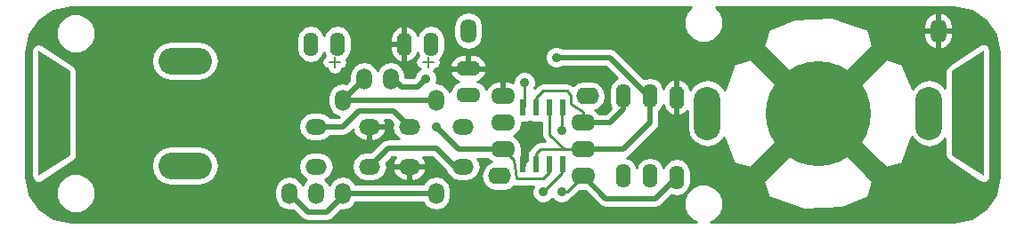
<source format=gtl>
G04 #@! TF.FileFunction,Copper,L1,Top,Signal*
%FSLAX46Y46*%
G04 Gerber Fmt 4.6, Leading zero omitted, Abs format (unit mm)*
G04 Created by KiCad (PCBNEW (after 2015-may-01 BZR unknown)-product) date 28/10/2015 1:31:10*
%MOMM*%
G01*
G04 APERTURE LIST*
%ADD10C,0.150000*%
%ADD11O,5.080000X2.540000*%
%ADD12O,1.397000X2.300000*%
%ADD13O,2.300000X1.397000*%
%ADD14O,2.300000X1.600000*%
%ADD15O,2.200000X1.600000*%
%ADD16O,1.501140X1.998980*%
%ADD17O,1.998980X1.501140*%
%ADD18O,2.540000X5.080000*%
%ADD19C,10.000000*%
%ADD20R,0.600000X1.550000*%
%ADD21O,1.500000X2.000000*%
%ADD22O,1.524000X2.300000*%
%ADD23C,0.889000*%
%ADD24C,0.254000*%
%ADD25C,0.508000*%
G04 APERTURE END LIST*
D10*
X-5603240Y4904740D02*
X-6103620Y4904740D01*
X-5603240Y4904740D02*
X-5603240Y4404360D01*
X-5102860Y4904740D02*
X-5603240Y4904740D01*
X-5603240Y4904740D02*
X-5603240Y5303520D01*
X-5603240Y5303520D02*
X-5603240Y5405120D01*
X-14493240Y4904740D02*
X-14993620Y4904740D01*
X-14493240Y4904740D02*
X-14493240Y4404360D01*
X-13992860Y4904740D02*
X-14493240Y4904740D01*
X-14493240Y4904740D02*
X-14493240Y5303520D01*
X-14493240Y5303520D02*
X-14493240Y5405120D01*
D11*
X-28702000Y5000000D03*
X-28702000Y-5000000D03*
D12*
X-7874000Y6604000D03*
X-5334000Y6604000D03*
D13*
X-1778000Y1778000D03*
X-1778000Y4278000D03*
D12*
X-16764000Y6604000D03*
X-14224000Y6604000D03*
X15494000Y-5969000D03*
X15494000Y1651000D03*
X12954000Y1651000D03*
X12954000Y-5969000D03*
D14*
X1524000Y1651000D03*
X1524000Y-889000D03*
X1524000Y-3429000D03*
D15*
X1224000Y-5969000D03*
D14*
X9144000Y-5969000D03*
X9144000Y-3429000D03*
X9144000Y-889000D03*
D15*
X9544000Y1651000D03*
D12*
X18034000Y-6096000D03*
X18034000Y1524000D03*
D16*
X-4826000Y1270000D03*
D17*
X-7366000Y-1270000D03*
X-2286000Y-1270000D03*
D16*
X-13716000Y1270000D03*
D17*
X-16256000Y-1270000D03*
X-11176000Y-1270000D03*
D16*
X-13716000Y-7620000D03*
D17*
X-11176000Y-5080000D03*
X-16256000Y-5080000D03*
D16*
X-4826000Y-7620000D03*
D17*
X-2286000Y-5080000D03*
X-7366000Y-5080000D03*
D18*
X42049700Y0D03*
D19*
X31496000Y0D03*
D18*
X20942300Y0D03*
D10*
G36*
X-42648000Y6000000D02*
X-39648000Y4000000D01*
X-39648000Y-4000000D01*
X-42648000Y-6000000D01*
X-42648000Y6000000D01*
X-42648000Y6000000D01*
G37*
G36*
X47220000Y-6000000D02*
X44220000Y-4000000D01*
X44220000Y4000000D01*
X47220000Y6000000D01*
X47220000Y-6000000D01*
X47220000Y-6000000D01*
G37*
D20*
X3429000Y-4859000D03*
X4699000Y-4859000D03*
X5969000Y-4859000D03*
X7239000Y-4859000D03*
X7239000Y541000D03*
X5969000Y541000D03*
X4699000Y541000D03*
X3429000Y541000D03*
D21*
X-11684000Y3302000D03*
X-9144000Y3302000D03*
X-18796000Y-7620000D03*
X-16256000Y-7620000D03*
D22*
X42924000Y7874000D03*
X-1776000Y7874000D03*
D23*
X3810000Y-1651000D03*
X3302000Y-7493000D03*
X5334000Y-7493000D03*
X3556000Y2921000D03*
X7112000Y-7493000D03*
X7112000Y-1651000D03*
X6604000Y5334000D03*
X-4826000Y-1270000D03*
X-5842000Y3302000D03*
D24*
X3810000Y-4478000D02*
X3810000Y-1651000D01*
X3429000Y-4859000D02*
X3810000Y-4478000D01*
X7112000Y-5715000D02*
X5334000Y-7493000D01*
X7112000Y-4986000D02*
X7112000Y-5715000D01*
X7239000Y-4859000D02*
X7112000Y-4986000D01*
X3556000Y668000D02*
X3556000Y2921000D01*
X3429000Y541000D02*
X3556000Y668000D01*
D25*
X-2286000Y-5080000D02*
X-3048000Y-5080000D01*
X-4826000Y-3302000D02*
X-9398000Y-3302000D01*
X-3048000Y-5080000D02*
X-4826000Y-3302000D01*
X-9398000Y-3302000D02*
X-11176000Y-5080000D01*
X-13716000Y-1270000D02*
X-12192000Y254000D01*
X-12192000Y254000D02*
X-8890000Y254000D01*
X-8890000Y254000D02*
X-7366000Y-1270000D01*
X-16256000Y-1270000D02*
X-13716000Y-1270000D01*
X-10668000Y1270000D02*
X-13716000Y1270000D01*
X-4826000Y1270000D02*
X-10668000Y1270000D01*
X-11684000Y3302000D02*
X-13716000Y1270000D01*
D24*
X7620000Y-7493000D02*
X9144000Y-5969000D01*
X7112000Y-7493000D02*
X7620000Y-7493000D01*
X7112000Y414000D02*
X7112000Y-1651000D01*
X7239000Y541000D02*
X7112000Y414000D01*
D25*
X16002000Y-8128000D02*
X11303000Y-8128000D01*
X11303000Y-8128000D02*
X9144000Y-5969000D01*
X18034000Y-6096000D02*
X16002000Y-8128000D01*
X15494000Y-889000D02*
X15494000Y1651000D01*
D24*
X5969000Y-2032000D02*
X5969000Y541000D01*
X4699000Y-3810000D02*
X4699000Y-4859000D01*
D25*
X11684000Y5334000D02*
X6604000Y5334000D01*
X15367000Y1651000D02*
X11684000Y5334000D01*
X15494000Y1651000D02*
X15367000Y1651000D01*
X9144000Y-3429000D02*
X12954000Y-3429000D01*
X12954000Y-3429000D02*
X15494000Y-889000D01*
D24*
X7366000Y-3429000D02*
X5969000Y-2032000D01*
X9144000Y-3429000D02*
X7366000Y-3429000D01*
X5080000Y-3429000D02*
X4699000Y-3810000D01*
X7366000Y-3429000D02*
X5080000Y-3429000D01*
D25*
X12954000Y381000D02*
X12954000Y1651000D01*
D24*
X8001000Y889000D02*
X8001000Y1651000D01*
X8001000Y1651000D02*
X7620000Y2159000D01*
X7620000Y2159000D02*
X5334000Y2159000D01*
X5334000Y2159000D02*
X4699000Y1524000D01*
X4699000Y1524000D02*
X4699000Y541000D01*
D25*
X9144000Y-889000D02*
X10414000Y-889000D01*
X11684000Y-889000D02*
X12954000Y381000D01*
X10414000Y-889000D02*
X11684000Y-889000D01*
D24*
X9144000Y127000D02*
X8001000Y889000D01*
X9144000Y-889000D02*
X9144000Y127000D01*
X5969000Y-5588000D02*
X5969000Y-4859000D01*
D25*
X1016000Y-3429000D02*
X1524000Y-3429000D01*
X1524000Y-3429000D02*
X1016000Y-3429000D01*
D24*
X2540000Y-4445000D02*
X2794000Y-6223000D01*
X2794000Y-6223000D02*
X3048000Y-6223000D01*
X3048000Y-6223000D02*
X5334000Y-6223000D01*
X5334000Y-6223000D02*
X5969000Y-5588000D01*
X1524000Y-3429000D02*
X2540000Y-4445000D01*
X1524000Y-3429000D02*
X1524000Y-3429000D01*
D25*
X-8890000Y3302000D02*
X-9144000Y3302000D01*
X-2667000Y-3429000D02*
X1524000Y-3429000D01*
X-5842000Y3302000D02*
X-6604000Y2540000D01*
X-6604000Y2540000D02*
X-8128000Y2540000D01*
X-2667000Y-3429000D02*
X-4826000Y-1270000D01*
X-8890000Y3302000D02*
X-8128000Y2540000D01*
X-4826000Y-7620000D02*
X-13716000Y-7620000D01*
X-13716000Y-7874000D02*
X-13716000Y-7620000D01*
X-17018000Y-9398000D02*
X-15240000Y-9398000D01*
X-15240000Y-9398000D02*
X-13716000Y-7874000D01*
X-18796000Y-7620000D02*
X-17018000Y-9398000D01*
D24*
G36*
X5526369Y-2667000D02*
X5080000Y-2667000D01*
X4788395Y-2725004D01*
X4541184Y-2890185D01*
X4160185Y-3271185D01*
X4001039Y-3509363D01*
X3855310Y-3449000D01*
X3714750Y-3449000D01*
X3556000Y-3607750D01*
X3556000Y-4732000D01*
X3576000Y-4732000D01*
X3576000Y-4986000D01*
X3556000Y-4986000D01*
X3556000Y-5006000D01*
X3389878Y-5006000D01*
X3302000Y-4390843D01*
X3302000Y-3639997D01*
X3343970Y-3429000D01*
X3234737Y-2879849D01*
X2923668Y-2414302D01*
X2541582Y-2159000D01*
X2923668Y-1903698D01*
X3234737Y-1438151D01*
X3343970Y-889000D01*
X3342466Y-881440D01*
X3729000Y-881440D01*
X3971123Y-834463D01*
X4063770Y-773603D01*
X4149360Y-831377D01*
X4399000Y-881440D01*
X4999000Y-881440D01*
X5207000Y-841083D01*
X5207000Y-2032000D01*
X5265004Y-2323605D01*
X5430185Y-2570815D01*
X5526369Y-2667000D01*
X5526369Y-2667000D01*
G37*
X5526369Y-2667000D02*
X5080000Y-2667000D01*
X4788395Y-2725004D01*
X4541184Y-2890185D01*
X4160185Y-3271185D01*
X4001039Y-3509363D01*
X3855310Y-3449000D01*
X3714750Y-3449000D01*
X3556000Y-3607750D01*
X3556000Y-4732000D01*
X3576000Y-4732000D01*
X3576000Y-4986000D01*
X3556000Y-4986000D01*
X3556000Y-5006000D01*
X3389878Y-5006000D01*
X3302000Y-4390843D01*
X3302000Y-3639997D01*
X3343970Y-3429000D01*
X3234737Y-2879849D01*
X2923668Y-2414302D01*
X2541582Y-2159000D01*
X2923668Y-1903698D01*
X3234737Y-1438151D01*
X3343970Y-889000D01*
X3342466Y-881440D01*
X3729000Y-881440D01*
X3971123Y-834463D01*
X4063770Y-773603D01*
X4149360Y-831377D01*
X4399000Y-881440D01*
X4999000Y-881440D01*
X5207000Y-841083D01*
X5207000Y-2032000D01*
X5265004Y-2323605D01*
X5430185Y-2570815D01*
X5526369Y-2667000D01*
G36*
X48678000Y-6054610D02*
X48340043Y-7753634D01*
X47867440Y-8460933D01*
X47867440Y-6000000D01*
X47867440Y6000000D01*
X47763168Y6352346D01*
X47585309Y6534535D01*
X47350955Y6634058D01*
X47096348Y6635523D01*
X46860865Y6538703D01*
X44321000Y4845460D01*
X44321000Y7359000D01*
X44321000Y7747000D01*
X44321000Y8001000D01*
X44321000Y8389000D01*
X44166059Y8913941D01*
X43822026Y9339630D01*
X43341277Y9601260D01*
X43267070Y9616220D01*
X43051000Y9493720D01*
X43051000Y8001000D01*
X44321000Y8001000D01*
X44321000Y7747000D01*
X43051000Y7747000D01*
X43051000Y6254280D01*
X43267070Y6131780D01*
X43341277Y6146740D01*
X43822026Y6408370D01*
X44166059Y6834059D01*
X44321000Y7359000D01*
X44321000Y4845460D01*
X43860865Y4538703D01*
X43622623Y4249640D01*
X43572560Y4000000D01*
X43572560Y2416105D01*
X43396738Y2679240D01*
X42797000Y3079974D01*
X42797000Y6254280D01*
X42797000Y7747000D01*
X42797000Y8001000D01*
X42797000Y9493720D01*
X42580930Y9616220D01*
X42506723Y9601260D01*
X42025974Y9339630D01*
X41681941Y8913941D01*
X41527000Y8389000D01*
X41527000Y8001000D01*
X42797000Y8001000D01*
X42797000Y7747000D01*
X41527000Y7747000D01*
X41527000Y7359000D01*
X41681941Y6834059D01*
X42025974Y6408370D01*
X42506723Y6146740D01*
X42580930Y6131780D01*
X42797000Y6254280D01*
X42797000Y3079974D01*
X42778712Y3092193D01*
X42049700Y3237202D01*
X41320688Y3092193D01*
X40702662Y2679240D01*
X40489802Y2360674D01*
X39504492Y4739423D01*
X37931290Y5200682D01*
X36696682Y3966074D01*
X36696682Y6435290D01*
X36235423Y8008492D01*
X32809939Y9212580D01*
X29184419Y9014137D01*
X26756577Y8008492D01*
X26295318Y6435290D01*
X31496000Y1234608D01*
X36696682Y6435290D01*
X36696682Y3966074D01*
X32730608Y0D01*
X37931290Y-5200682D01*
X39504492Y-4739423D01*
X40392061Y-2214395D01*
X40702662Y-2679240D01*
X41320688Y-3092193D01*
X42049700Y-3237202D01*
X42778712Y-3092193D01*
X43396738Y-2679240D01*
X43572560Y-2416104D01*
X43572560Y-4000000D01*
X43680922Y-4358572D01*
X43860865Y-4538703D01*
X46860865Y-6538703D01*
X47211874Y-6647389D01*
X47462123Y-6600463D01*
X47674927Y-6460673D01*
X47817377Y-6249640D01*
X47867440Y-6000000D01*
X47867440Y-8460933D01*
X47418628Y-9132628D01*
X46039634Y-10054043D01*
X44340610Y-10392000D01*
X36696682Y-10392000D01*
X36696682Y-6435290D01*
X31496000Y-1234608D01*
X30261392Y-2469216D01*
X30261392Y0D01*
X25060710Y5200682D01*
X23487508Y4739423D01*
X22599938Y2214396D01*
X22289338Y2679240D01*
X21671312Y3092193D01*
X20942300Y3237202D01*
X20213288Y3092193D01*
X19595262Y2679240D01*
X19318683Y2265313D01*
X19217393Y2603141D01*
X18887125Y3008230D01*
X18426976Y3256095D01*
X18367094Y3266729D01*
X18161000Y3143365D01*
X18161000Y1651000D01*
X18181000Y1651000D01*
X18181000Y1397000D01*
X18161000Y1397000D01*
X18161000Y-95365D01*
X18367094Y-218729D01*
X18426976Y-208095D01*
X18887125Y39770D01*
X19037300Y223967D01*
X19037300Y-1332202D01*
X19182309Y-2061214D01*
X19595262Y-2679240D01*
X20213288Y-3092193D01*
X20942300Y-3237202D01*
X21671312Y-3092193D01*
X22289338Y-2679240D01*
X22502197Y-2360673D01*
X23487508Y-4739423D01*
X25060710Y-5200682D01*
X30261392Y0D01*
X30261392Y-2469216D01*
X26295318Y-6435290D01*
X26756577Y-8008492D01*
X30182061Y-9212580D01*
X33807581Y-9014137D01*
X36235423Y-8008492D01*
X36696682Y-6435290D01*
X36696682Y-10392000D01*
X21260298Y-10392000D01*
X21640372Y-10234957D01*
X22171093Y-9705161D01*
X22458672Y-9012595D01*
X22459326Y-8262695D01*
X22172957Y-7569628D01*
X21643161Y-7038907D01*
X20950595Y-6751328D01*
X20200695Y-6750674D01*
X19507628Y-7037043D01*
X19367500Y-7176926D01*
X19367500Y-6582470D01*
X19367500Y-5609530D01*
X19265993Y-5099222D01*
X18976927Y-4666603D01*
X18544308Y-4377537D01*
X18034000Y-4276030D01*
X17523692Y-4377537D01*
X17091073Y-4666603D01*
X16802007Y-5099222D01*
X16776630Y-5226795D01*
X16725993Y-4972222D01*
X16436927Y-4539603D01*
X16004308Y-4250537D01*
X15494000Y-4149030D01*
X14983692Y-4250537D01*
X14551073Y-4539603D01*
X14262007Y-4972222D01*
X14224000Y-5163295D01*
X14185993Y-4972222D01*
X13896927Y-4539603D01*
X13464308Y-4250537D01*
X13332987Y-4224415D01*
X13582618Y-4057618D01*
X16122618Y-1517618D01*
X16315329Y-1229206D01*
X16383000Y-889000D01*
X16383000Y185571D01*
X16436927Y221603D01*
X16725993Y654222D01*
X16750656Y778216D01*
X16850607Y444859D01*
X17180875Y39770D01*
X17641024Y-208095D01*
X17700906Y-218729D01*
X17907000Y-95365D01*
X17907000Y1397000D01*
X17887000Y1397000D01*
X17887000Y1651000D01*
X17907000Y1651000D01*
X17907000Y3143365D01*
X17700906Y3266729D01*
X17641024Y3256095D01*
X17180875Y3008230D01*
X16850607Y2603141D01*
X16781030Y2371088D01*
X16725993Y2647778D01*
X16436927Y3080397D01*
X16004308Y3369463D01*
X15494000Y3470970D01*
X14983692Y3369463D01*
X14936982Y3338254D01*
X12312618Y5962618D01*
X12024206Y6155329D01*
X11684000Y6223000D01*
X7241863Y6223000D01*
X7216286Y6248622D01*
X6819668Y6413313D01*
X6390216Y6413687D01*
X5993311Y6249689D01*
X5689378Y5946286D01*
X5524687Y5549668D01*
X5524313Y5120216D01*
X5688311Y4723311D01*
X5991714Y4419378D01*
X6388332Y4254687D01*
X6817784Y4254313D01*
X7214689Y4418311D01*
X7241424Y4445000D01*
X11315764Y4445000D01*
X12412285Y3348479D01*
X12011073Y3080397D01*
X11722007Y2647778D01*
X11620500Y2137470D01*
X11620500Y1164530D01*
X11722007Y654222D01*
X11821333Y505570D01*
X11315764Y0D01*
X10627656Y0D01*
X10543668Y125698D01*
X10286816Y297321D01*
X10427142Y325233D01*
X10892689Y636302D01*
X11203758Y1101849D01*
X11312991Y1651000D01*
X11203758Y2200151D01*
X10892689Y2665698D01*
X10427142Y2976767D01*
X9877991Y3086000D01*
X9210009Y3086000D01*
X8660858Y2976767D01*
X8195311Y2665698D01*
X8187792Y2654447D01*
X8158815Y2697815D01*
X8079375Y2750896D01*
X8008234Y2814682D01*
X7956872Y2832749D01*
X7911605Y2862996D01*
X7817894Y2881637D01*
X7727763Y2913341D01*
X7673400Y2910379D01*
X7620000Y2921000D01*
X5334000Y2921000D01*
X5042395Y2862996D01*
X4943376Y2796835D01*
X4795185Y2697816D01*
X4516450Y2419082D01*
X4635313Y2705332D01*
X4635687Y3134784D01*
X4471689Y3531689D01*
X4168286Y3835622D01*
X3771668Y4000313D01*
X3342216Y4000687D01*
X2945311Y3836689D01*
X2641378Y3533286D01*
X2476687Y3136668D01*
X2476521Y2946879D01*
X2001000Y3086000D01*
X1651000Y3086000D01*
X1651000Y1778000D01*
X1671000Y1778000D01*
X1671000Y1524000D01*
X1651000Y1524000D01*
X1651000Y1504000D01*
X1397000Y1504000D01*
X1397000Y1524000D01*
X1377000Y1524000D01*
X1377000Y1778000D01*
X1397000Y1778000D01*
X1397000Y3086000D01*
X1047000Y3086000D01*
X507517Y2928166D01*
X69500Y2575896D01*
X-75129Y2311643D01*
X-348603Y2720927D01*
X-781222Y3009993D01*
X-901363Y3033891D01*
X-698859Y3094607D01*
X-293770Y3424875D01*
X-45905Y3885024D01*
X-35271Y3944906D01*
X-35271Y4611094D01*
X-45905Y4670976D01*
X-293770Y5131125D01*
X-379000Y5200613D01*
X-379000Y7451030D01*
X-379000Y8296970D01*
X-485340Y8831579D01*
X-788172Y9284798D01*
X-1241391Y9587630D01*
X-1776000Y9693970D01*
X-2310609Y9587630D01*
X-2763828Y9284798D01*
X-3066660Y8831579D01*
X-3173000Y8296970D01*
X-3173000Y7451030D01*
X-3066660Y6916421D01*
X-2763828Y6463202D01*
X-2310609Y6160370D01*
X-1776000Y6054030D01*
X-1241391Y6160370D01*
X-788172Y6463202D01*
X-485340Y6916421D01*
X-379000Y7451030D01*
X-379000Y5200613D01*
X-698859Y5461393D01*
X-1199500Y5611500D01*
X-1651000Y5611500D01*
X-1651000Y4405000D01*
X-158635Y4405000D01*
X-35271Y4611094D01*
X-35271Y3944906D01*
X-158635Y4151000D01*
X-1651000Y4151000D01*
X-1651000Y4131000D01*
X-1905000Y4131000D01*
X-1905000Y4151000D01*
X-1905000Y4405000D01*
X-1905000Y5611500D01*
X-2356500Y5611500D01*
X-2857141Y5461393D01*
X-3262230Y5131125D01*
X-3510095Y4670976D01*
X-3520729Y4611094D01*
X-3397365Y4405000D01*
X-1905000Y4405000D01*
X-1905000Y4151000D01*
X-3397365Y4151000D01*
X-3520729Y3944906D01*
X-3510095Y3885024D01*
X-3262230Y3424875D01*
X-2857141Y3094607D01*
X-2654638Y3033891D01*
X-2774778Y3009993D01*
X-3207397Y2720927D01*
X-3496463Y2288308D01*
X-3541783Y2060475D01*
X-3545900Y2081177D01*
X-3846254Y2530688D01*
X-4295765Y2831042D01*
X-4824983Y2936310D01*
X-4762687Y3086332D01*
X-4762313Y3515784D01*
X-4926311Y3912689D01*
X-5026920Y4013474D01*
X-4947286Y4132655D01*
X-4928019Y4229519D01*
X-4831155Y4248786D01*
X-4600814Y4402694D01*
X-4446906Y4633035D01*
X-4392860Y4904740D01*
X-4440033Y5141890D01*
X-4391073Y5174603D01*
X-4102007Y5607222D01*
X-4000500Y6117530D01*
X-4000500Y7090470D01*
X-4102007Y7600778D01*
X-4391073Y8033397D01*
X-4823692Y8322463D01*
X-5334000Y8423970D01*
X-5844308Y8322463D01*
X-6276927Y8033397D01*
X-6565993Y7600778D01*
X-6605844Y7400437D01*
X-6690607Y7683141D01*
X-7020875Y8088230D01*
X-7481024Y8336095D01*
X-7540906Y8346729D01*
X-7747000Y8223365D01*
X-7747000Y6731000D01*
X-7727000Y6731000D01*
X-7727000Y6477000D01*
X-7747000Y6477000D01*
X-7747000Y4984635D01*
X-7540906Y4861271D01*
X-7481024Y4871905D01*
X-7020875Y5119770D01*
X-6690607Y5524859D01*
X-6605844Y5807564D01*
X-6565993Y5607222D01*
X-6485649Y5486979D01*
X-6605666Y5406786D01*
X-6759574Y5176445D01*
X-6813620Y4904740D01*
X-6759574Y4633035D01*
X-6605666Y4402694D01*
X-6376129Y4249324D01*
X-6452689Y4217689D01*
X-6756622Y3914286D01*
X-6921313Y3517668D01*
X-6921346Y3479891D01*
X-6972236Y3429000D01*
X-7759000Y3429000D01*
X-7759000Y3584032D01*
X-7864427Y4114049D01*
X-8001000Y4318445D01*
X-8001000Y4984635D01*
X-8001000Y6477000D01*
X-8001000Y6731000D01*
X-8001000Y8223365D01*
X-8207094Y8346729D01*
X-8266976Y8336095D01*
X-8727125Y8088230D01*
X-9057393Y7683141D01*
X-9207500Y7182500D01*
X-9207500Y6731000D01*
X-8001000Y6731000D01*
X-8001000Y6477000D01*
X-9207500Y6477000D01*
X-9207500Y6025500D01*
X-9057393Y5524859D01*
X-8727125Y5119770D01*
X-8266976Y4871905D01*
X-8207094Y4861271D01*
X-8001000Y4984635D01*
X-8001000Y4318445D01*
X-8164657Y4563375D01*
X-8613983Y4863605D01*
X-9144000Y4969032D01*
X-9674017Y4863605D01*
X-10123343Y4563375D01*
X-10414000Y4128377D01*
X-10704657Y4563375D01*
X-11153983Y4863605D01*
X-11684000Y4969032D01*
X-12214017Y4863605D01*
X-12663343Y4563375D01*
X-12890500Y4223411D01*
X-12890500Y6117530D01*
X-12890500Y7090470D01*
X-12992007Y7600778D01*
X-13281073Y8033397D01*
X-13713692Y8322463D01*
X-14224000Y8423970D01*
X-14734308Y8322463D01*
X-15166927Y8033397D01*
X-15455993Y7600778D01*
X-15494000Y7409705D01*
X-15532007Y7600778D01*
X-15821073Y8033397D01*
X-16253692Y8322463D01*
X-16764000Y8423970D01*
X-17274308Y8322463D01*
X-17706927Y8033397D01*
X-17995993Y7600778D01*
X-18097500Y7090470D01*
X-18097500Y6117530D01*
X-17995993Y5607222D01*
X-17706927Y5174603D01*
X-17274308Y4885537D01*
X-16764000Y4784030D01*
X-16253692Y4885537D01*
X-15821073Y5174603D01*
X-15532007Y5607222D01*
X-15494000Y5798296D01*
X-15455993Y5607222D01*
X-15375649Y5486979D01*
X-15495666Y5406786D01*
X-15649574Y5176445D01*
X-15703620Y4904740D01*
X-15649574Y4633035D01*
X-15495666Y4402694D01*
X-15265325Y4248786D01*
X-15168462Y4229519D01*
X-15149194Y4132655D01*
X-14995286Y3902314D01*
X-14764945Y3748406D01*
X-14493240Y3694360D01*
X-14221535Y3748406D01*
X-13991194Y3902314D01*
X-13837286Y4132655D01*
X-13818019Y4229519D01*
X-13721155Y4248786D01*
X-13490814Y4402694D01*
X-13336906Y4633035D01*
X-13282860Y4904740D01*
X-13330033Y5141890D01*
X-13281073Y5174603D01*
X-12992007Y5607222D01*
X-12890500Y6117530D01*
X-12890500Y4223411D01*
X-12963573Y4114049D01*
X-13069000Y3584032D01*
X-13069000Y3174236D01*
X-13374628Y2868609D01*
X-13716000Y2936512D01*
X-14246235Y2831042D01*
X-14695746Y2530688D01*
X-14996100Y2081177D01*
X-15101570Y1550942D01*
X-15101570Y989058D01*
X-14996100Y458823D01*
X-14695746Y9312D01*
X-14246235Y-291042D01*
X-14036081Y-332844D01*
X-14084236Y-381000D01*
X-14934678Y-381000D01*
X-14995312Y-290254D01*
X-15444823Y10100D01*
X-15975058Y115570D01*
X-16536942Y115570D01*
X-17067177Y10100D01*
X-17516688Y-290254D01*
X-17817042Y-739765D01*
X-17922512Y-1270000D01*
X-17817042Y-1800235D01*
X-17516688Y-2249746D01*
X-17067177Y-2550100D01*
X-16536942Y-2655570D01*
X-15975058Y-2655570D01*
X-15444823Y-2550100D01*
X-14995312Y-2249746D01*
X-14934678Y-2159000D01*
X-13716000Y-2159000D01*
X-13375795Y-2091329D01*
X-13375794Y-2091329D01*
X-13087382Y-1898618D01*
X-12724649Y-1535884D01*
X-12767803Y-1611275D01*
X-12749157Y-1713305D01*
X-12478710Y-2186324D01*
X-12047833Y-2519841D01*
X-11522123Y-2663081D01*
X-11303000Y-2502386D01*
X-11303000Y-1397000D01*
X-11323000Y-1397000D01*
X-11323000Y-1143000D01*
X-11303000Y-1143000D01*
X-11303000Y-1123000D01*
X-11049000Y-1123000D01*
X-11049000Y-1143000D01*
X-9706851Y-1143000D01*
X-9584197Y-928725D01*
X-9602843Y-826695D01*
X-9712444Y-635000D01*
X-9258236Y-635000D01*
X-8964609Y-928627D01*
X-9032512Y-1270000D01*
X-8927042Y-1800235D01*
X-8626688Y-2249746D01*
X-8382362Y-2413000D01*
X-9398000Y-2413000D01*
X-9584197Y-2450036D01*
X-9584197Y-1611275D01*
X-9706851Y-1397000D01*
X-11049000Y-1397000D01*
X-11049000Y-2502386D01*
X-10829877Y-2663081D01*
X-10304167Y-2519841D01*
X-9873290Y-2186324D01*
X-9602843Y-1713305D01*
X-9584197Y-1611275D01*
X-9584197Y-2450036D01*
X-9738206Y-2480671D01*
X-10026618Y-2673382D01*
X-11047666Y-3694430D01*
X-11456942Y-3694430D01*
X-11987177Y-3799900D01*
X-12436688Y-4100254D01*
X-12737042Y-4549765D01*
X-12842512Y-5080000D01*
X-12737042Y-5610235D01*
X-12436688Y-6059746D01*
X-11987177Y-6360100D01*
X-11456942Y-6465570D01*
X-10895058Y-6465570D01*
X-10364823Y-6360100D01*
X-9915312Y-6059746D01*
X-9614958Y-5610235D01*
X-9509488Y-5080000D01*
X-9577392Y-4738627D01*
X-9029764Y-4191000D01*
X-8684333Y-4191000D01*
X-8939157Y-4636695D01*
X-8957803Y-4738725D01*
X-8835149Y-4953000D01*
X-7493000Y-4953000D01*
X-7493000Y-4933000D01*
X-7239000Y-4933000D01*
X-7239000Y-4953000D01*
X-5896851Y-4953000D01*
X-5774197Y-4738725D01*
X-5792843Y-4636695D01*
X-6047668Y-4191000D01*
X-5194236Y-4191000D01*
X-3864930Y-5520306D01*
X-3847042Y-5610235D01*
X-3546688Y-6059746D01*
X-3097177Y-6360100D01*
X-2566942Y-6465570D01*
X-2005058Y-6465570D01*
X-1474823Y-6360100D01*
X-1025312Y-6059746D01*
X-724958Y-5610235D01*
X-619488Y-5080000D01*
X-724958Y-4549765D01*
X-879819Y-4318000D01*
X40343Y-4318000D01*
X124332Y-4443698D01*
X404123Y-4630648D01*
X340858Y-4643233D01*
X-124689Y-4954302D01*
X-435758Y-5419849D01*
X-544991Y-5969000D01*
X-435758Y-6518151D01*
X-124689Y-6983698D01*
X340858Y-7294767D01*
X890009Y-7404000D01*
X1557991Y-7404000D01*
X2107142Y-7294767D01*
X2572689Y-6983698D01*
X2591907Y-6954935D01*
X2604886Y-6961159D01*
X2700285Y-6966358D01*
X2794000Y-6985000D01*
X3048000Y-6985000D01*
X4376074Y-6985000D01*
X4254687Y-7277332D01*
X4254313Y-7706784D01*
X4418311Y-8103689D01*
X4721714Y-8407622D01*
X5118332Y-8572313D01*
X5547784Y-8572687D01*
X5944689Y-8408689D01*
X6223219Y-8130644D01*
X6499714Y-8407622D01*
X6896332Y-8572313D01*
X7325784Y-8572687D01*
X7722689Y-8408689D01*
X7981608Y-8150220D01*
X7981609Y-8150219D01*
X8158815Y-8031815D01*
X8786630Y-7404000D01*
X9321764Y-7404000D01*
X10674382Y-8756618D01*
X10962794Y-8949329D01*
X10962795Y-8949329D01*
X11303000Y-9017000D01*
X16002000Y-9017000D01*
X16342205Y-8949329D01*
X16342206Y-8949329D01*
X16630618Y-8756618D01*
X17564629Y-7822606D01*
X18034000Y-7915970D01*
X18544308Y-7814463D01*
X18976927Y-7525397D01*
X19265993Y-7092778D01*
X19367500Y-6582470D01*
X19367500Y-7176926D01*
X18976907Y-7566839D01*
X18689328Y-8259405D01*
X18688674Y-9009305D01*
X18975043Y-9702372D01*
X19504839Y-10233093D01*
X19887528Y-10392000D01*
X-3440430Y-10392000D01*
X-3440430Y-7900942D01*
X-3440430Y-7339058D01*
X-3545900Y-6808823D01*
X-3846254Y-6359312D01*
X-4295765Y-6058958D01*
X-4826000Y-5953488D01*
X-5356235Y-6058958D01*
X-5774197Y-6338231D01*
X-5774197Y-5421275D01*
X-5896851Y-5207000D01*
X-7239000Y-5207000D01*
X-7239000Y-6312386D01*
X-7019877Y-6473081D01*
X-6494167Y-6329841D01*
X-6063290Y-5996324D01*
X-5792843Y-5523305D01*
X-5774197Y-5421275D01*
X-5774197Y-6338231D01*
X-5805746Y-6359312D01*
X-6054101Y-6731000D01*
X-7493000Y-6731000D01*
X-7493000Y-6312386D01*
X-7493000Y-5207000D01*
X-8835149Y-5207000D01*
X-8957803Y-5421275D01*
X-8939157Y-5523305D01*
X-8668710Y-5996324D01*
X-8237833Y-6329841D01*
X-7712123Y-6473081D01*
X-7493000Y-6312386D01*
X-7493000Y-6731000D01*
X-12487900Y-6731000D01*
X-12736254Y-6359312D01*
X-13185765Y-6058958D01*
X-13716000Y-5953488D01*
X-14246235Y-6058958D01*
X-14695746Y-6359312D01*
X-14985973Y-6793665D01*
X-15276657Y-6358625D01*
X-15359637Y-6303180D01*
X-14995312Y-6059746D01*
X-14694958Y-5610235D01*
X-14589488Y-5080000D01*
X-14694958Y-4549765D01*
X-14995312Y-4100254D01*
X-15444823Y-3799900D01*
X-15975058Y-3694430D01*
X-16536942Y-3694430D01*
X-17067177Y-3799900D01*
X-17516688Y-4100254D01*
X-17817042Y-4549765D01*
X-17922512Y-5080000D01*
X-17817042Y-5610235D01*
X-17516688Y-6059746D01*
X-17152364Y-6303180D01*
X-17235343Y-6358625D01*
X-17526000Y-6793623D01*
X-17816657Y-6358625D01*
X-18265983Y-6058395D01*
X-18796000Y-5952968D01*
X-19326017Y-6058395D01*
X-19775343Y-6358625D01*
X-20075573Y-6807951D01*
X-20181000Y-7337968D01*
X-20181000Y-7902032D01*
X-20075573Y-8432049D01*
X-19775343Y-8881375D01*
X-19326017Y-9181605D01*
X-18796000Y-9287032D01*
X-18454194Y-9219042D01*
X-17646618Y-10026618D01*
X-17358206Y-10219329D01*
X-17358205Y-10219329D01*
X-17018000Y-10287000D01*
X-15240000Y-10287000D01*
X-14899795Y-10219329D01*
X-14899794Y-10219329D01*
X-14611382Y-10026618D01*
X-13845515Y-9260750D01*
X-13716000Y-9286512D01*
X-13185765Y-9181042D01*
X-12736254Y-8880688D01*
X-12487900Y-8509000D01*
X-6054101Y-8509000D01*
X-5805746Y-8880688D01*
X-5356235Y-9181042D01*
X-4826000Y-9286512D01*
X-4295765Y-9181042D01*
X-3846254Y-8880688D01*
X-3545900Y-8431177D01*
X-3440430Y-7900942D01*
X-3440430Y-10392000D01*
X-25464798Y-10392000D01*
X-25464798Y-5000000D01*
X-25464798Y5000000D01*
X-25609807Y5729012D01*
X-26022760Y6347038D01*
X-26640786Y6759991D01*
X-27369798Y6905000D01*
X-30034202Y6905000D01*
X-30763214Y6759991D01*
X-31381240Y6347038D01*
X-31794193Y5729012D01*
X-31939202Y5000000D01*
X-31794193Y4270988D01*
X-31381240Y3652962D01*
X-30763214Y3240009D01*
X-30034202Y3095000D01*
X-27369798Y3095000D01*
X-26640786Y3240009D01*
X-26022760Y3652962D01*
X-25609807Y4270988D01*
X-25464798Y5000000D01*
X-25464798Y-5000000D01*
X-25609807Y-4270988D01*
X-26022760Y-3652962D01*
X-26640786Y-3240009D01*
X-27369798Y-3095000D01*
X-30034202Y-3095000D01*
X-30763214Y-3240009D01*
X-31381240Y-3652962D01*
X-31794193Y-4270988D01*
X-31939202Y-5000000D01*
X-31794193Y-5729012D01*
X-31381240Y-6347038D01*
X-30763214Y-6759991D01*
X-30034202Y-6905000D01*
X-27369798Y-6905000D01*
X-26640786Y-6759991D01*
X-26022760Y-6347038D01*
X-25609807Y-5729012D01*
X-25464798Y-5000000D01*
X-25464798Y-10392000D01*
X-37230674Y-10392000D01*
X-37230674Y-7246695D01*
X-37230674Y7993305D01*
X-37517043Y8686372D01*
X-38046839Y9217093D01*
X-38739405Y9504672D01*
X-39489305Y9505326D01*
X-40182372Y9218957D01*
X-40713093Y8689161D01*
X-41000672Y7996595D01*
X-41001326Y7246695D01*
X-40714957Y6553628D01*
X-40185161Y6022907D01*
X-39492595Y5735328D01*
X-38742695Y5734674D01*
X-38049628Y6021043D01*
X-37518907Y6550839D01*
X-37231328Y7243405D01*
X-37230674Y7993305D01*
X-37230674Y-7246695D01*
X-37517043Y-6553628D01*
X-38046839Y-6022907D01*
X-38739405Y-5735328D01*
X-39000560Y-5735100D01*
X-39000560Y-4000000D01*
X-39000560Y4000000D01*
X-39108922Y4358572D01*
X-39288865Y4538703D01*
X-42288865Y6538703D01*
X-42639874Y6647389D01*
X-42890123Y6600463D01*
X-43102927Y6460673D01*
X-43245377Y6249640D01*
X-43295440Y6000000D01*
X-43295440Y-6000000D01*
X-43191168Y-6352346D01*
X-43013309Y-6534535D01*
X-42778955Y-6634058D01*
X-42524348Y-6635523D01*
X-42288865Y-6538703D01*
X-39288865Y-4538703D01*
X-39050623Y-4249640D01*
X-39000560Y-4000000D01*
X-39000560Y-5735100D01*
X-39489305Y-5734674D01*
X-40182372Y-6021043D01*
X-40713093Y-6550839D01*
X-41000672Y-7243405D01*
X-41001326Y-7993305D01*
X-40714957Y-8686372D01*
X-40185161Y-9217093D01*
X-39492595Y-9504672D01*
X-38742695Y-9505326D01*
X-38049628Y-9218957D01*
X-37518907Y-8689161D01*
X-37231328Y-7996595D01*
X-37230674Y-7246695D01*
X-37230674Y-10392000D01*
X-39514611Y-10392000D01*
X-41213635Y-10054043D01*
X-42592629Y-9132628D01*
X-43514044Y-7753634D01*
X-43852000Y-6054610D01*
X-43852000Y5800611D01*
X-43514044Y7499635D01*
X-42592629Y8878629D01*
X-41213635Y9800044D01*
X-39514611Y10138000D01*
X19410501Y10138000D01*
X18976907Y9705161D01*
X18689328Y9012595D01*
X18688674Y8262695D01*
X18975043Y7569628D01*
X19504839Y7038907D01*
X20197405Y6751328D01*
X20947305Y6750674D01*
X21640372Y7037043D01*
X22171093Y7566839D01*
X22458672Y8259405D01*
X22459326Y9009305D01*
X22172957Y9702372D01*
X21738088Y10138000D01*
X44340610Y10138000D01*
X46039634Y9800044D01*
X47418628Y8878629D01*
X48340043Y7499635D01*
X48678000Y5800611D01*
X48678000Y-6054610D01*
X48678000Y-6054610D01*
G37*
X48678000Y-6054610D02*
X48340043Y-7753634D01*
X47867440Y-8460933D01*
X47867440Y-6000000D01*
X47867440Y6000000D01*
X47763168Y6352346D01*
X47585309Y6534535D01*
X47350955Y6634058D01*
X47096348Y6635523D01*
X46860865Y6538703D01*
X44321000Y4845460D01*
X44321000Y7359000D01*
X44321000Y7747000D01*
X44321000Y8001000D01*
X44321000Y8389000D01*
X44166059Y8913941D01*
X43822026Y9339630D01*
X43341277Y9601260D01*
X43267070Y9616220D01*
X43051000Y9493720D01*
X43051000Y8001000D01*
X44321000Y8001000D01*
X44321000Y7747000D01*
X43051000Y7747000D01*
X43051000Y6254280D01*
X43267070Y6131780D01*
X43341277Y6146740D01*
X43822026Y6408370D01*
X44166059Y6834059D01*
X44321000Y7359000D01*
X44321000Y4845460D01*
X43860865Y4538703D01*
X43622623Y4249640D01*
X43572560Y4000000D01*
X43572560Y2416105D01*
X43396738Y2679240D01*
X42797000Y3079974D01*
X42797000Y6254280D01*
X42797000Y7747000D01*
X42797000Y8001000D01*
X42797000Y9493720D01*
X42580930Y9616220D01*
X42506723Y9601260D01*
X42025974Y9339630D01*
X41681941Y8913941D01*
X41527000Y8389000D01*
X41527000Y8001000D01*
X42797000Y8001000D01*
X42797000Y7747000D01*
X41527000Y7747000D01*
X41527000Y7359000D01*
X41681941Y6834059D01*
X42025974Y6408370D01*
X42506723Y6146740D01*
X42580930Y6131780D01*
X42797000Y6254280D01*
X42797000Y3079974D01*
X42778712Y3092193D01*
X42049700Y3237202D01*
X41320688Y3092193D01*
X40702662Y2679240D01*
X40489802Y2360674D01*
X39504492Y4739423D01*
X37931290Y5200682D01*
X36696682Y3966074D01*
X36696682Y6435290D01*
X36235423Y8008492D01*
X32809939Y9212580D01*
X29184419Y9014137D01*
X26756577Y8008492D01*
X26295318Y6435290D01*
X31496000Y1234608D01*
X36696682Y6435290D01*
X36696682Y3966074D01*
X32730608Y0D01*
X37931290Y-5200682D01*
X39504492Y-4739423D01*
X40392061Y-2214395D01*
X40702662Y-2679240D01*
X41320688Y-3092193D01*
X42049700Y-3237202D01*
X42778712Y-3092193D01*
X43396738Y-2679240D01*
X43572560Y-2416104D01*
X43572560Y-4000000D01*
X43680922Y-4358572D01*
X43860865Y-4538703D01*
X46860865Y-6538703D01*
X47211874Y-6647389D01*
X47462123Y-6600463D01*
X47674927Y-6460673D01*
X47817377Y-6249640D01*
X47867440Y-6000000D01*
X47867440Y-8460933D01*
X47418628Y-9132628D01*
X46039634Y-10054043D01*
X44340610Y-10392000D01*
X36696682Y-10392000D01*
X36696682Y-6435290D01*
X31496000Y-1234608D01*
X30261392Y-2469216D01*
X30261392Y0D01*
X25060710Y5200682D01*
X23487508Y4739423D01*
X22599938Y2214396D01*
X22289338Y2679240D01*
X21671312Y3092193D01*
X20942300Y3237202D01*
X20213288Y3092193D01*
X19595262Y2679240D01*
X19318683Y2265313D01*
X19217393Y2603141D01*
X18887125Y3008230D01*
X18426976Y3256095D01*
X18367094Y3266729D01*
X18161000Y3143365D01*
X18161000Y1651000D01*
X18181000Y1651000D01*
X18181000Y1397000D01*
X18161000Y1397000D01*
X18161000Y-95365D01*
X18367094Y-218729D01*
X18426976Y-208095D01*
X18887125Y39770D01*
X19037300Y223967D01*
X19037300Y-1332202D01*
X19182309Y-2061214D01*
X19595262Y-2679240D01*
X20213288Y-3092193D01*
X20942300Y-3237202D01*
X21671312Y-3092193D01*
X22289338Y-2679240D01*
X22502197Y-2360673D01*
X23487508Y-4739423D01*
X25060710Y-5200682D01*
X30261392Y0D01*
X30261392Y-2469216D01*
X26295318Y-6435290D01*
X26756577Y-8008492D01*
X30182061Y-9212580D01*
X33807581Y-9014137D01*
X36235423Y-8008492D01*
X36696682Y-6435290D01*
X36696682Y-10392000D01*
X21260298Y-10392000D01*
X21640372Y-10234957D01*
X22171093Y-9705161D01*
X22458672Y-9012595D01*
X22459326Y-8262695D01*
X22172957Y-7569628D01*
X21643161Y-7038907D01*
X20950595Y-6751328D01*
X20200695Y-6750674D01*
X19507628Y-7037043D01*
X19367500Y-7176926D01*
X19367500Y-6582470D01*
X19367500Y-5609530D01*
X19265993Y-5099222D01*
X18976927Y-4666603D01*
X18544308Y-4377537D01*
X18034000Y-4276030D01*
X17523692Y-4377537D01*
X17091073Y-4666603D01*
X16802007Y-5099222D01*
X16776630Y-5226795D01*
X16725993Y-4972222D01*
X16436927Y-4539603D01*
X16004308Y-4250537D01*
X15494000Y-4149030D01*
X14983692Y-4250537D01*
X14551073Y-4539603D01*
X14262007Y-4972222D01*
X14224000Y-5163295D01*
X14185993Y-4972222D01*
X13896927Y-4539603D01*
X13464308Y-4250537D01*
X13332987Y-4224415D01*
X13582618Y-4057618D01*
X16122618Y-1517618D01*
X16315329Y-1229206D01*
X16383000Y-889000D01*
X16383000Y185571D01*
X16436927Y221603D01*
X16725993Y654222D01*
X16750656Y778216D01*
X16850607Y444859D01*
X17180875Y39770D01*
X17641024Y-208095D01*
X17700906Y-218729D01*
X17907000Y-95365D01*
X17907000Y1397000D01*
X17887000Y1397000D01*
X17887000Y1651000D01*
X17907000Y1651000D01*
X17907000Y3143365D01*
X17700906Y3266729D01*
X17641024Y3256095D01*
X17180875Y3008230D01*
X16850607Y2603141D01*
X16781030Y2371088D01*
X16725993Y2647778D01*
X16436927Y3080397D01*
X16004308Y3369463D01*
X15494000Y3470970D01*
X14983692Y3369463D01*
X14936982Y3338254D01*
X12312618Y5962618D01*
X12024206Y6155329D01*
X11684000Y6223000D01*
X7241863Y6223000D01*
X7216286Y6248622D01*
X6819668Y6413313D01*
X6390216Y6413687D01*
X5993311Y6249689D01*
X5689378Y5946286D01*
X5524687Y5549668D01*
X5524313Y5120216D01*
X5688311Y4723311D01*
X5991714Y4419378D01*
X6388332Y4254687D01*
X6817784Y4254313D01*
X7214689Y4418311D01*
X7241424Y4445000D01*
X11315764Y4445000D01*
X12412285Y3348479D01*
X12011073Y3080397D01*
X11722007Y2647778D01*
X11620500Y2137470D01*
X11620500Y1164530D01*
X11722007Y654222D01*
X11821333Y505570D01*
X11315764Y0D01*
X10627656Y0D01*
X10543668Y125698D01*
X10286816Y297321D01*
X10427142Y325233D01*
X10892689Y636302D01*
X11203758Y1101849D01*
X11312991Y1651000D01*
X11203758Y2200151D01*
X10892689Y2665698D01*
X10427142Y2976767D01*
X9877991Y3086000D01*
X9210009Y3086000D01*
X8660858Y2976767D01*
X8195311Y2665698D01*
X8187792Y2654447D01*
X8158815Y2697815D01*
X8079375Y2750896D01*
X8008234Y2814682D01*
X7956872Y2832749D01*
X7911605Y2862996D01*
X7817894Y2881637D01*
X7727763Y2913341D01*
X7673400Y2910379D01*
X7620000Y2921000D01*
X5334000Y2921000D01*
X5042395Y2862996D01*
X4943376Y2796835D01*
X4795185Y2697816D01*
X4516450Y2419082D01*
X4635313Y2705332D01*
X4635687Y3134784D01*
X4471689Y3531689D01*
X4168286Y3835622D01*
X3771668Y4000313D01*
X3342216Y4000687D01*
X2945311Y3836689D01*
X2641378Y3533286D01*
X2476687Y3136668D01*
X2476521Y2946879D01*
X2001000Y3086000D01*
X1651000Y3086000D01*
X1651000Y1778000D01*
X1671000Y1778000D01*
X1671000Y1524000D01*
X1651000Y1524000D01*
X1651000Y1504000D01*
X1397000Y1504000D01*
X1397000Y1524000D01*
X1377000Y1524000D01*
X1377000Y1778000D01*
X1397000Y1778000D01*
X1397000Y3086000D01*
X1047000Y3086000D01*
X507517Y2928166D01*
X69500Y2575896D01*
X-75129Y2311643D01*
X-348603Y2720927D01*
X-781222Y3009993D01*
X-901363Y3033891D01*
X-698859Y3094607D01*
X-293770Y3424875D01*
X-45905Y3885024D01*
X-35271Y3944906D01*
X-35271Y4611094D01*
X-45905Y4670976D01*
X-293770Y5131125D01*
X-379000Y5200613D01*
X-379000Y7451030D01*
X-379000Y8296970D01*
X-485340Y8831579D01*
X-788172Y9284798D01*
X-1241391Y9587630D01*
X-1776000Y9693970D01*
X-2310609Y9587630D01*
X-2763828Y9284798D01*
X-3066660Y8831579D01*
X-3173000Y8296970D01*
X-3173000Y7451030D01*
X-3066660Y6916421D01*
X-2763828Y6463202D01*
X-2310609Y6160370D01*
X-1776000Y6054030D01*
X-1241391Y6160370D01*
X-788172Y6463202D01*
X-485340Y6916421D01*
X-379000Y7451030D01*
X-379000Y5200613D01*
X-698859Y5461393D01*
X-1199500Y5611500D01*
X-1651000Y5611500D01*
X-1651000Y4405000D01*
X-158635Y4405000D01*
X-35271Y4611094D01*
X-35271Y3944906D01*
X-158635Y4151000D01*
X-1651000Y4151000D01*
X-1651000Y4131000D01*
X-1905000Y4131000D01*
X-1905000Y4151000D01*
X-1905000Y4405000D01*
X-1905000Y5611500D01*
X-2356500Y5611500D01*
X-2857141Y5461393D01*
X-3262230Y5131125D01*
X-3510095Y4670976D01*
X-3520729Y4611094D01*
X-3397365Y4405000D01*
X-1905000Y4405000D01*
X-1905000Y4151000D01*
X-3397365Y4151000D01*
X-3520729Y3944906D01*
X-3510095Y3885024D01*
X-3262230Y3424875D01*
X-2857141Y3094607D01*
X-2654638Y3033891D01*
X-2774778Y3009993D01*
X-3207397Y2720927D01*
X-3496463Y2288308D01*
X-3541783Y2060475D01*
X-3545900Y2081177D01*
X-3846254Y2530688D01*
X-4295765Y2831042D01*
X-4824983Y2936310D01*
X-4762687Y3086332D01*
X-4762313Y3515784D01*
X-4926311Y3912689D01*
X-5026920Y4013474D01*
X-4947286Y4132655D01*
X-4928019Y4229519D01*
X-4831155Y4248786D01*
X-4600814Y4402694D01*
X-4446906Y4633035D01*
X-4392860Y4904740D01*
X-4440033Y5141890D01*
X-4391073Y5174603D01*
X-4102007Y5607222D01*
X-4000500Y6117530D01*
X-4000500Y7090470D01*
X-4102007Y7600778D01*
X-4391073Y8033397D01*
X-4823692Y8322463D01*
X-5334000Y8423970D01*
X-5844308Y8322463D01*
X-6276927Y8033397D01*
X-6565993Y7600778D01*
X-6605844Y7400437D01*
X-6690607Y7683141D01*
X-7020875Y8088230D01*
X-7481024Y8336095D01*
X-7540906Y8346729D01*
X-7747000Y8223365D01*
X-7747000Y6731000D01*
X-7727000Y6731000D01*
X-7727000Y6477000D01*
X-7747000Y6477000D01*
X-7747000Y4984635D01*
X-7540906Y4861271D01*
X-7481024Y4871905D01*
X-7020875Y5119770D01*
X-6690607Y5524859D01*
X-6605844Y5807564D01*
X-6565993Y5607222D01*
X-6485649Y5486979D01*
X-6605666Y5406786D01*
X-6759574Y5176445D01*
X-6813620Y4904740D01*
X-6759574Y4633035D01*
X-6605666Y4402694D01*
X-6376129Y4249324D01*
X-6452689Y4217689D01*
X-6756622Y3914286D01*
X-6921313Y3517668D01*
X-6921346Y3479891D01*
X-6972236Y3429000D01*
X-7759000Y3429000D01*
X-7759000Y3584032D01*
X-7864427Y4114049D01*
X-8001000Y4318445D01*
X-8001000Y4984635D01*
X-8001000Y6477000D01*
X-8001000Y6731000D01*
X-8001000Y8223365D01*
X-8207094Y8346729D01*
X-8266976Y8336095D01*
X-8727125Y8088230D01*
X-9057393Y7683141D01*
X-9207500Y7182500D01*
X-9207500Y6731000D01*
X-8001000Y6731000D01*
X-8001000Y6477000D01*
X-9207500Y6477000D01*
X-9207500Y6025500D01*
X-9057393Y5524859D01*
X-8727125Y5119770D01*
X-8266976Y4871905D01*
X-8207094Y4861271D01*
X-8001000Y4984635D01*
X-8001000Y4318445D01*
X-8164657Y4563375D01*
X-8613983Y4863605D01*
X-9144000Y4969032D01*
X-9674017Y4863605D01*
X-10123343Y4563375D01*
X-10414000Y4128377D01*
X-10704657Y4563375D01*
X-11153983Y4863605D01*
X-11684000Y4969032D01*
X-12214017Y4863605D01*
X-12663343Y4563375D01*
X-12890500Y4223411D01*
X-12890500Y6117530D01*
X-12890500Y7090470D01*
X-12992007Y7600778D01*
X-13281073Y8033397D01*
X-13713692Y8322463D01*
X-14224000Y8423970D01*
X-14734308Y8322463D01*
X-15166927Y8033397D01*
X-15455993Y7600778D01*
X-15494000Y7409705D01*
X-15532007Y7600778D01*
X-15821073Y8033397D01*
X-16253692Y8322463D01*
X-16764000Y8423970D01*
X-17274308Y8322463D01*
X-17706927Y8033397D01*
X-17995993Y7600778D01*
X-18097500Y7090470D01*
X-18097500Y6117530D01*
X-17995993Y5607222D01*
X-17706927Y5174603D01*
X-17274308Y4885537D01*
X-16764000Y4784030D01*
X-16253692Y4885537D01*
X-15821073Y5174603D01*
X-15532007Y5607222D01*
X-15494000Y5798296D01*
X-15455993Y5607222D01*
X-15375649Y5486979D01*
X-15495666Y5406786D01*
X-15649574Y5176445D01*
X-15703620Y4904740D01*
X-15649574Y4633035D01*
X-15495666Y4402694D01*
X-15265325Y4248786D01*
X-15168462Y4229519D01*
X-15149194Y4132655D01*
X-14995286Y3902314D01*
X-14764945Y3748406D01*
X-14493240Y3694360D01*
X-14221535Y3748406D01*
X-13991194Y3902314D01*
X-13837286Y4132655D01*
X-13818019Y4229519D01*
X-13721155Y4248786D01*
X-13490814Y4402694D01*
X-13336906Y4633035D01*
X-13282860Y4904740D01*
X-13330033Y5141890D01*
X-13281073Y5174603D01*
X-12992007Y5607222D01*
X-12890500Y6117530D01*
X-12890500Y4223411D01*
X-12963573Y4114049D01*
X-13069000Y3584032D01*
X-13069000Y3174236D01*
X-13374628Y2868609D01*
X-13716000Y2936512D01*
X-14246235Y2831042D01*
X-14695746Y2530688D01*
X-14996100Y2081177D01*
X-15101570Y1550942D01*
X-15101570Y989058D01*
X-14996100Y458823D01*
X-14695746Y9312D01*
X-14246235Y-291042D01*
X-14036081Y-332844D01*
X-14084236Y-381000D01*
X-14934678Y-381000D01*
X-14995312Y-290254D01*
X-15444823Y10100D01*
X-15975058Y115570D01*
X-16536942Y115570D01*
X-17067177Y10100D01*
X-17516688Y-290254D01*
X-17817042Y-739765D01*
X-17922512Y-1270000D01*
X-17817042Y-1800235D01*
X-17516688Y-2249746D01*
X-17067177Y-2550100D01*
X-16536942Y-2655570D01*
X-15975058Y-2655570D01*
X-15444823Y-2550100D01*
X-14995312Y-2249746D01*
X-14934678Y-2159000D01*
X-13716000Y-2159000D01*
X-13375795Y-2091329D01*
X-13375794Y-2091329D01*
X-13087382Y-1898618D01*
X-12724649Y-1535884D01*
X-12767803Y-1611275D01*
X-12749157Y-1713305D01*
X-12478710Y-2186324D01*
X-12047833Y-2519841D01*
X-11522123Y-2663081D01*
X-11303000Y-2502386D01*
X-11303000Y-1397000D01*
X-11323000Y-1397000D01*
X-11323000Y-1143000D01*
X-11303000Y-1143000D01*
X-11303000Y-1123000D01*
X-11049000Y-1123000D01*
X-11049000Y-1143000D01*
X-9706851Y-1143000D01*
X-9584197Y-928725D01*
X-9602843Y-826695D01*
X-9712444Y-635000D01*
X-9258236Y-635000D01*
X-8964609Y-928627D01*
X-9032512Y-1270000D01*
X-8927042Y-1800235D01*
X-8626688Y-2249746D01*
X-8382362Y-2413000D01*
X-9398000Y-2413000D01*
X-9584197Y-2450036D01*
X-9584197Y-1611275D01*
X-9706851Y-1397000D01*
X-11049000Y-1397000D01*
X-11049000Y-2502386D01*
X-10829877Y-2663081D01*
X-10304167Y-2519841D01*
X-9873290Y-2186324D01*
X-9602843Y-1713305D01*
X-9584197Y-1611275D01*
X-9584197Y-2450036D01*
X-9738206Y-2480671D01*
X-10026618Y-2673382D01*
X-11047666Y-3694430D01*
X-11456942Y-3694430D01*
X-11987177Y-3799900D01*
X-12436688Y-4100254D01*
X-12737042Y-4549765D01*
X-12842512Y-5080000D01*
X-12737042Y-5610235D01*
X-12436688Y-6059746D01*
X-11987177Y-6360100D01*
X-11456942Y-6465570D01*
X-10895058Y-6465570D01*
X-10364823Y-6360100D01*
X-9915312Y-6059746D01*
X-9614958Y-5610235D01*
X-9509488Y-5080000D01*
X-9577392Y-4738627D01*
X-9029764Y-4191000D01*
X-8684333Y-4191000D01*
X-8939157Y-4636695D01*
X-8957803Y-4738725D01*
X-8835149Y-4953000D01*
X-7493000Y-4953000D01*
X-7493000Y-4933000D01*
X-7239000Y-4933000D01*
X-7239000Y-4953000D01*
X-5896851Y-4953000D01*
X-5774197Y-4738725D01*
X-5792843Y-4636695D01*
X-6047668Y-4191000D01*
X-5194236Y-4191000D01*
X-3864930Y-5520306D01*
X-3847042Y-5610235D01*
X-3546688Y-6059746D01*
X-3097177Y-6360100D01*
X-2566942Y-6465570D01*
X-2005058Y-6465570D01*
X-1474823Y-6360100D01*
X-1025312Y-6059746D01*
X-724958Y-5610235D01*
X-619488Y-5080000D01*
X-724958Y-4549765D01*
X-879819Y-4318000D01*
X40343Y-4318000D01*
X124332Y-4443698D01*
X404123Y-4630648D01*
X340858Y-4643233D01*
X-124689Y-4954302D01*
X-435758Y-5419849D01*
X-544991Y-5969000D01*
X-435758Y-6518151D01*
X-124689Y-6983698D01*
X340858Y-7294767D01*
X890009Y-7404000D01*
X1557991Y-7404000D01*
X2107142Y-7294767D01*
X2572689Y-6983698D01*
X2591907Y-6954935D01*
X2604886Y-6961159D01*
X2700285Y-6966358D01*
X2794000Y-6985000D01*
X3048000Y-6985000D01*
X4376074Y-6985000D01*
X4254687Y-7277332D01*
X4254313Y-7706784D01*
X4418311Y-8103689D01*
X4721714Y-8407622D01*
X5118332Y-8572313D01*
X5547784Y-8572687D01*
X5944689Y-8408689D01*
X6223219Y-8130644D01*
X6499714Y-8407622D01*
X6896332Y-8572313D01*
X7325784Y-8572687D01*
X7722689Y-8408689D01*
X7981608Y-8150220D01*
X7981609Y-8150219D01*
X8158815Y-8031815D01*
X8786630Y-7404000D01*
X9321764Y-7404000D01*
X10674382Y-8756618D01*
X10962794Y-8949329D01*
X10962795Y-8949329D01*
X11303000Y-9017000D01*
X16002000Y-9017000D01*
X16342205Y-8949329D01*
X16342206Y-8949329D01*
X16630618Y-8756618D01*
X17564629Y-7822606D01*
X18034000Y-7915970D01*
X18544308Y-7814463D01*
X18976927Y-7525397D01*
X19265993Y-7092778D01*
X19367500Y-6582470D01*
X19367500Y-7176926D01*
X18976907Y-7566839D01*
X18689328Y-8259405D01*
X18688674Y-9009305D01*
X18975043Y-9702372D01*
X19504839Y-10233093D01*
X19887528Y-10392000D01*
X-3440430Y-10392000D01*
X-3440430Y-7900942D01*
X-3440430Y-7339058D01*
X-3545900Y-6808823D01*
X-3846254Y-6359312D01*
X-4295765Y-6058958D01*
X-4826000Y-5953488D01*
X-5356235Y-6058958D01*
X-5774197Y-6338231D01*
X-5774197Y-5421275D01*
X-5896851Y-5207000D01*
X-7239000Y-5207000D01*
X-7239000Y-6312386D01*
X-7019877Y-6473081D01*
X-6494167Y-6329841D01*
X-6063290Y-5996324D01*
X-5792843Y-5523305D01*
X-5774197Y-5421275D01*
X-5774197Y-6338231D01*
X-5805746Y-6359312D01*
X-6054101Y-6731000D01*
X-7493000Y-6731000D01*
X-7493000Y-6312386D01*
X-7493000Y-5207000D01*
X-8835149Y-5207000D01*
X-8957803Y-5421275D01*
X-8939157Y-5523305D01*
X-8668710Y-5996324D01*
X-8237833Y-6329841D01*
X-7712123Y-6473081D01*
X-7493000Y-6312386D01*
X-7493000Y-6731000D01*
X-12487900Y-6731000D01*
X-12736254Y-6359312D01*
X-13185765Y-6058958D01*
X-13716000Y-5953488D01*
X-14246235Y-6058958D01*
X-14695746Y-6359312D01*
X-14985973Y-6793665D01*
X-15276657Y-6358625D01*
X-15359637Y-6303180D01*
X-14995312Y-6059746D01*
X-14694958Y-5610235D01*
X-14589488Y-5080000D01*
X-14694958Y-4549765D01*
X-14995312Y-4100254D01*
X-15444823Y-3799900D01*
X-15975058Y-3694430D01*
X-16536942Y-3694430D01*
X-17067177Y-3799900D01*
X-17516688Y-4100254D01*
X-17817042Y-4549765D01*
X-17922512Y-5080000D01*
X-17817042Y-5610235D01*
X-17516688Y-6059746D01*
X-17152364Y-6303180D01*
X-17235343Y-6358625D01*
X-17526000Y-6793623D01*
X-17816657Y-6358625D01*
X-18265983Y-6058395D01*
X-18796000Y-5952968D01*
X-19326017Y-6058395D01*
X-19775343Y-6358625D01*
X-20075573Y-6807951D01*
X-20181000Y-7337968D01*
X-20181000Y-7902032D01*
X-20075573Y-8432049D01*
X-19775343Y-8881375D01*
X-19326017Y-9181605D01*
X-18796000Y-9287032D01*
X-18454194Y-9219042D01*
X-17646618Y-10026618D01*
X-17358206Y-10219329D01*
X-17358205Y-10219329D01*
X-17018000Y-10287000D01*
X-15240000Y-10287000D01*
X-14899795Y-10219329D01*
X-14899794Y-10219329D01*
X-14611382Y-10026618D01*
X-13845515Y-9260750D01*
X-13716000Y-9286512D01*
X-13185765Y-9181042D01*
X-12736254Y-8880688D01*
X-12487900Y-8509000D01*
X-6054101Y-8509000D01*
X-5805746Y-8880688D01*
X-5356235Y-9181042D01*
X-4826000Y-9286512D01*
X-4295765Y-9181042D01*
X-3846254Y-8880688D01*
X-3545900Y-8431177D01*
X-3440430Y-7900942D01*
X-3440430Y-10392000D01*
X-25464798Y-10392000D01*
X-25464798Y-5000000D01*
X-25464798Y5000000D01*
X-25609807Y5729012D01*
X-26022760Y6347038D01*
X-26640786Y6759991D01*
X-27369798Y6905000D01*
X-30034202Y6905000D01*
X-30763214Y6759991D01*
X-31381240Y6347038D01*
X-31794193Y5729012D01*
X-31939202Y5000000D01*
X-31794193Y4270988D01*
X-31381240Y3652962D01*
X-30763214Y3240009D01*
X-30034202Y3095000D01*
X-27369798Y3095000D01*
X-26640786Y3240009D01*
X-26022760Y3652962D01*
X-25609807Y4270988D01*
X-25464798Y5000000D01*
X-25464798Y-5000000D01*
X-25609807Y-4270988D01*
X-26022760Y-3652962D01*
X-26640786Y-3240009D01*
X-27369798Y-3095000D01*
X-30034202Y-3095000D01*
X-30763214Y-3240009D01*
X-31381240Y-3652962D01*
X-31794193Y-4270988D01*
X-31939202Y-5000000D01*
X-31794193Y-5729012D01*
X-31381240Y-6347038D01*
X-30763214Y-6759991D01*
X-30034202Y-6905000D01*
X-27369798Y-6905000D01*
X-26640786Y-6759991D01*
X-26022760Y-6347038D01*
X-25609807Y-5729012D01*
X-25464798Y-5000000D01*
X-25464798Y-10392000D01*
X-37230674Y-10392000D01*
X-37230674Y-7246695D01*
X-37230674Y7993305D01*
X-37517043Y8686372D01*
X-38046839Y9217093D01*
X-38739405Y9504672D01*
X-39489305Y9505326D01*
X-40182372Y9218957D01*
X-40713093Y8689161D01*
X-41000672Y7996595D01*
X-41001326Y7246695D01*
X-40714957Y6553628D01*
X-40185161Y6022907D01*
X-39492595Y5735328D01*
X-38742695Y5734674D01*
X-38049628Y6021043D01*
X-37518907Y6550839D01*
X-37231328Y7243405D01*
X-37230674Y7993305D01*
X-37230674Y-7246695D01*
X-37517043Y-6553628D01*
X-38046839Y-6022907D01*
X-38739405Y-5735328D01*
X-39000560Y-5735100D01*
X-39000560Y-4000000D01*
X-39000560Y4000000D01*
X-39108922Y4358572D01*
X-39288865Y4538703D01*
X-42288865Y6538703D01*
X-42639874Y6647389D01*
X-42890123Y6600463D01*
X-43102927Y6460673D01*
X-43245377Y6249640D01*
X-43295440Y6000000D01*
X-43295440Y-6000000D01*
X-43191168Y-6352346D01*
X-43013309Y-6534535D01*
X-42778955Y-6634058D01*
X-42524348Y-6635523D01*
X-42288865Y-6538703D01*
X-39288865Y-4538703D01*
X-39050623Y-4249640D01*
X-39000560Y-4000000D01*
X-39000560Y-5735100D01*
X-39489305Y-5734674D01*
X-40182372Y-6021043D01*
X-40713093Y-6550839D01*
X-41000672Y-7243405D01*
X-41001326Y-7993305D01*
X-40714957Y-8686372D01*
X-40185161Y-9217093D01*
X-39492595Y-9504672D01*
X-38742695Y-9505326D01*
X-38049628Y-9218957D01*
X-37518907Y-8689161D01*
X-37231328Y-7996595D01*
X-37230674Y-7246695D01*
X-37230674Y-10392000D01*
X-39514611Y-10392000D01*
X-41213635Y-10054043D01*
X-42592629Y-9132628D01*
X-43514044Y-7753634D01*
X-43852000Y-6054610D01*
X-43852000Y5800611D01*
X-43514044Y7499635D01*
X-42592629Y8878629D01*
X-41213635Y9800044D01*
X-39514611Y10138000D01*
X19410501Y10138000D01*
X18976907Y9705161D01*
X18689328Y9012595D01*
X18688674Y8262695D01*
X18975043Y7569628D01*
X19504839Y7038907D01*
X20197405Y6751328D01*
X20947305Y6750674D01*
X21640372Y7037043D01*
X22171093Y7566839D01*
X22458672Y8259405D01*
X22459326Y9009305D01*
X22172957Y9702372D01*
X21738088Y10138000D01*
X44340610Y10138000D01*
X46039634Y9800044D01*
X47418628Y8878629D01*
X48340043Y7499635D01*
X48678000Y5800611D01*
X48678000Y-6054610D01*
M02*

</source>
